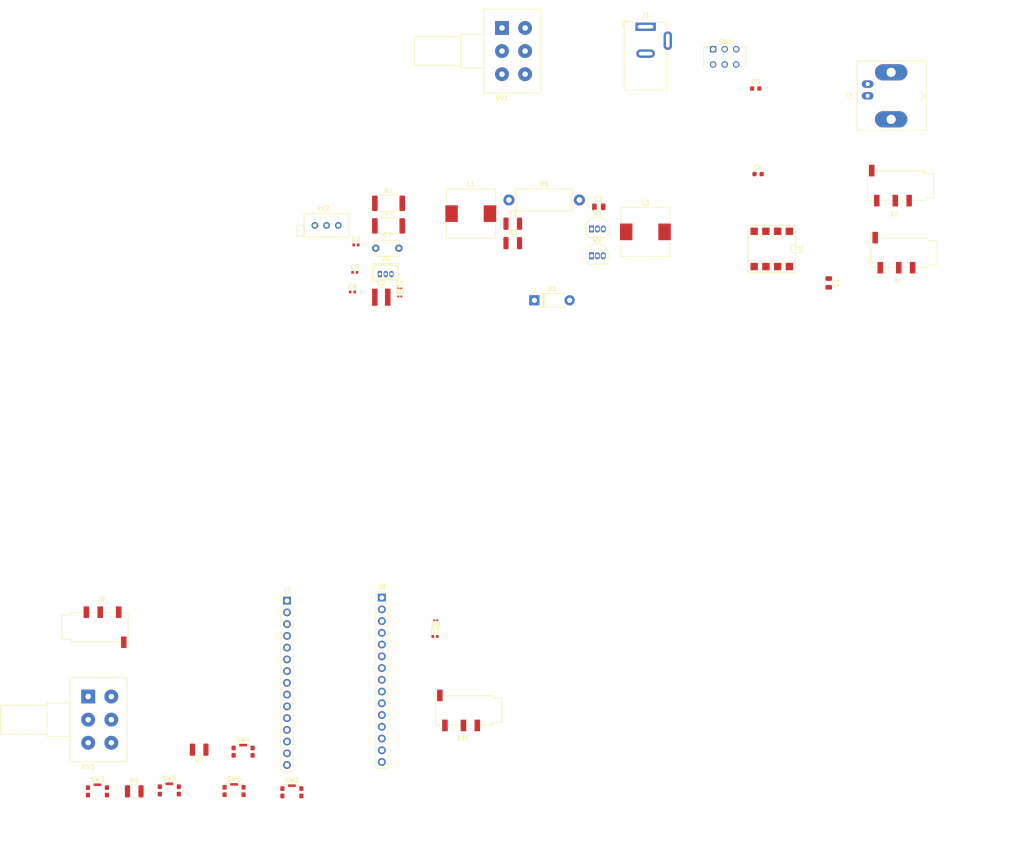
<source format=kicad_pcb>
(kicad_pcb (version 20240108) (generator "pcbnew") (generator_version "8.0")
  (layers (0 "F.Cu" signal) (31 "B.Cu" signal) (34 "B.Paste" user) (35 "F.Paste" user) (36 "B.SilkS" user "B.Silkscreen") (37 "F.SilkS" user "F.Silkscreen") (38 "B.Mask" user) (39 "F.Mask" user) (44 "Edge.Cuts" user))
  (net 0 "")
  (net 1 "Net-(C1-Pad2)")
  (net 2 "Net-(C1-Pad1)")
  (net 3 "Net-(C2-Pad2)")
  (net 4 "Net-(C2-Pad1)")
  (net 5 "Net-(D1-A)")
  (net 6 "Net-(D2-K)")
  (net 7 "Net-(U1-+)")
  (net 8 "Net-(Q1-B)")
  (net 9 "Net-(D2-A)")
  (net 10 "Net-(Q2-C)")
  (net 11 "Net-(C7-Pad1)")
  (net 12 "Net-(J2-In)")
  (net 13 "Net-(D1-K)")
  (net 14 "Net-(D3-A)")
  (net 15 "Net-(D3-K)")
  (net 16 "Net-(SW1A-B)")
  (net 17 "Net-(J7-Pin_8)")
  (net 23 "Net-(J7-Pin_6)")
  (net 29 "Net-(J7-Pin_7)")
  (net 33 "Net-(J8-Pin_9)")
  (net 36 "Net-(J8-Pin_6)")
  (net 38 "Net-(J8-Pin_3)")
  (net 39 "Net-(J8-Pin_12)")
  (net 46 "Net-(J9-PadG)")
  (net 47 "Net-(Q1-C)")
  (net 48 "Net-(R5-Pad2)")
  (net 49 "Net-(R5-Pad1)")
  (net 50 "Net-(R6-Pad2)")
  (net 51 "Net-(R7-Pad2)")
  (footprint "Button_Switch_SMD:SW_SPST_CK_KMS2xxGP" (layer "F.Cu") (at 110.55 191.925)
    (property "Reference" "SW6" (at 0 -2.6 0) (layer "F.SilkS"))
    (property "Value" "CK_KMS2xxGP")
    (pad "" np_thru_hole circle (at -0.975 0.75) (size 0.9 0.9) (drill 0.9) (layers "F&B.Cu" "*.Mask"))
    (pad "" np_thru_hole circle (at 0.975 0.75) (size 0.9 0.9) (drill 0.9) (layers "F&B.Cu" "*.Mask"))
    (pad "1" smd roundrect (at -2.05 -0.8) (size 0.9 1) (layers "F.Cu" "F.Paste" "F.Mask") (roundrect_rratio 0.15) (net 46 "Net-(J9-PadG)"))
    (pad "1" smd roundrect (at 2.05 -0.8) (size 0.9 1) (layers "F.Cu" "F.Paste" "F.Mask") (roundrect_rratio 0.15) (net 46 "Net-(J9-PadG)"))
    (pad "2" smd roundrect (at -2.05 0.8) (size 0.9 1) (layers "F.Cu" "F.Paste" "F.Mask") (roundrect_rratio 0.15) (net 51 "Net-(R7-Pad2)"))
    (pad "2" smd roundrect (at 2.05 0.8) (size 0.9 1) (layers "F.Cu" "F.Paste" "F.Mask") (roundrect_rratio 0.15) (net 51 "Net-(R7-Pad2)"))
    (pad "SH" smd roundrect (at 0 -1.425) (size 1.7 0.55) (layers "F.Cu" "F.Paste" "F.Mask") (roundrect_rratio 0.15))
  )
  (footprint "Resistor_SMD:R_1210_3225Metric" (layer "F.Cu") (at 170.82 69.235)
    (property "Reference" "R2" (at 0 -2.28 0) (layer "F.SilkS"))
    (property "Value" "R33k")
    (pad "1" smd roundrect (at -1.4625 0) (size 1.125 2.65) (layers "F.Cu" "F.Paste" "F.Mask") (roundrect_rratio 0.222222) (net 47 "Net-(Q1-C)"))
    (pad "2" smd roundrect (at 1.4625 0) (size 1.125 2.65) (layers "F.Cu" "F.Paste" "F.Mask") (roundrect_rratio 0.222222) (net 9 "Net-(D2-A)"))
  )
  (footprint "Capacitor_SMD:C_0805_2012Metric" (layer "F.Cu") (at 239.15 82.05 -90)
    (property "Reference" "C1" (at 0 -1.68 90) (layer "F.SilkS"))
    (property "Value" "C 10uF")
    (pad "1" smd roundrect (at -0.95 0 270) (size 1 1.45) (layers "F.Cu" "F.Paste" "F.Mask") (net 2 "Net-(C1-Pad1)"))
    (pad "2" smd roundrect (at 0.95 0 270) (size 1 1.45) (layers "F.Cu" "F.Paste" "F.Mask") (net 1 "Net-(C1-Pad2)"))
  )
  (footprint "Resistor_SMD:R_2512_6332Metric" (layer "F.Cu") (at 143.96 69.715)
    (property "Reference" "R4" (at 0 -2.62 0) (layer "F.SilkS"))
    (property "Value" "R")
    (pad "1" smd roundrect (at -2.9625 0) (size 1.225 3.35) (layers "F.Cu" "F.Paste" "F.Mask") (roundrect_rratio 0.204082) (net 9 "Net-(D2-A)"))
    (pad "2" smd roundrect (at 2.9625 0) (size 1.225 3.35) (layers "F.Cu" "F.Paste" "F.Mask") (roundrect_rratio 0.204082) (net 5 "Net-(D1-A)"))
  )
  (footprint "Resistor_SMD:R_2512_6332Metric" (layer "F.Cu") (at 143.96 64.825)
    (property "Reference" "R1" (at 0 -2.62 0) (layer "F.SilkS"))
    (property "Value" "R47k")
    (pad "1" smd roundrect (at -2.9625 0) (size 1.225 3.35) (layers "F.Cu" "F.Paste" "F.Mask") (roundrect_rratio 0.204082) (net 47 "Net-(Q1-C)"))
    (pad "2" smd roundrect (at 2.9625 0) (size 1.225 3.35) (layers "F.Cu" "F.Paste" "F.Mask") (roundrect_rratio 0.204082) (net 8 "Net-(Q1-B)"))
  )
  (footprint "LED_SMD:LED_0402_1005Metric" (layer "F.Cu") (at 154.015 158.5)
    (property "Reference" "D3" (at 0 -1.17 0) (layer "F.SilkS"))
    (property "Value" "LED")
    (pad "1" smd roundrect (at -0.485 0) (size 0.59 0.64) (layers "F.Cu" "F.Paste" "F.Mask") (net 15 "Net-(D3-K)"))
    (pad "2" smd roundrect (at 0.485 0) (size 0.59 0.64) (layers "F.Cu" "F.Paste" "F.Mask") (net 14 "Net-(D3-A)"))
  )
  (footprint "Potentiometer_THT:Potentiometer_Bourns_3296X_Horizontal" (layer "F.Cu") (at 133.09 69.605)
    (property "Reference" "RV2" (at -3.3 -3.66 0) (layer "F.SilkS"))
    (property "Value" "R_100ohm")
    (pad "1" thru_hole circle (at 0 0) (size 1.44 1.44) (drill 0.8) (layers "*.Cu" "*.Mask"))
    (pad "2" thru_hole circle (at -2.54 0) (size 1.44 1.44) (drill 0.8) (layers "*.Cu" "*.Mask") (net 3 "Net-(C2-Pad2)"))
    (pad "3" thru_hole circle (at -5.08 0) (size 1.44 1.44) (drill 0.8) (layers "*.Cu" "*.Mask") (net 5 "Net-(D1-A)"))
  )
  (footprint "Capacitor_SMD:C_0402_1005Metric" (layer "F.Cu") (at 136.15 84)
    (property "Reference" "C8" (at 0 -1.16 0) (layer "F.SilkS"))
    (property "Value" "C_Small")
    (pad "1" smd roundrect (at -0.48 0) (size 0.56 0.62) (layers "F.Cu" "F.Paste" "F.Mask") (net 11 "Net-(C7-Pad1)"))
    (pad "2" smd roundrect (at 0.48 0) (size 0.56 0.62) (layers "F.Cu" "F.Paste" "F.Mask") (net 5 "Net-(D1-A)"))
  )
  (footprint "Potentiometer_THT:Potentiometer_Alps_RK163_Dual_Horizontal" (layer "F.Cu") (at 79 171.5)
    (property "Reference" "RV3" (at -0.000001 15.199999 180) (layer "F.SilkS"))
    (property "Value" "R_Potentiometer_10k")
    (pad "1" thru_hole rect (at 0 0 180) (size 3 3) (drill 1.2) (layers "*.Cu" "*.Mask"))
    (pad "2" thru_hole circle (at 0 5 180) (size 3 3) (drill 1.2) (layers "*.Cu" "*.Mask"))
    (pad "3" thru_hole circle (at 0 10 180) (size 3 3) (drill 1.2) (layers "*.Cu" "*.Mask") (net 46 "Net-(J9-PadG)"))
    (pad "4" thru_hole circle (at 5 0 180) (size 3 3) (drill 1.2) (layers "*.Cu" "*.Mask"))
    (pad "5" thru_hole circle (at 5 5 180) (size 3 3) (drill 1.2) (layers "*.Cu" "*.Mask"))
    (pad "6" thru_hole circle (at 5 10 180) (size 3 3) (drill 1.2) (layers "*.Cu" "*.Mask"))
  )
  (footprint "Button_Switch_SMD:SW_SPST_CK_KMS2xxGP" (layer "F.Cu") (at 112.5 183.425)
    (property "Reference" "SW4" (at 0 -2.6 0) (layer "F.SilkS"))
    (property "Value" "CK_KMS2xxGP")
    (pad "" np_thru_hole circle (at -0.975 0.75) (size 0.9 0.9) (drill 0.9) (layers "F&B.Cu" "*.Mask"))
    (pad "" np_thru_hole circle (at 0.975 0.75) (size 0.9 0.9) (drill 0.9) (layers "F&B.Cu" "*.Mask"))
    (pad "1" smd roundrect (at -2.05 -0.8) (size 0.9 1) (layers "F.Cu" "F.Paste" "F.Mask") (roundrect_rratio 0.15) (net 46 "Net-(J9-PadG)"))
    (pad "1" smd roundrect (at 2.05 -0.8) (size 0.9 1) (layers "F.Cu" "F.Paste" "F.Mask") (roundrect_rratio 0.15) (net 46 "Net-(J9-PadG)"))
    (pad "2" smd roundrect (at -2.05 0.8) (size 0.9 1) (layers "F.Cu" "F.Paste" "F.Mask") (roundrect_rratio 0.15) (net 17 "Net-(J7-Pin_8)"))
    (pad "2" smd roundrect (at 2.05 0.8) (size 0.9 1) (layers "F.Cu" "F.Paste" "F.Mask") (roundrect_rratio 0.15) (net 17 "Net-(J7-Pin_8)"))
    (pad "SH" smd roundrect (at 0 -1.425) (size 1.7 0.55) (layers "F.Cu" "F.Paste" "F.Mask") (roundrect_rratio 0.15))
  )
  (footprint "Inductor_SMD:L_10.4x10.4_H4.8" (layer "F.Cu") (at 161.74 67.055)
    (property "Reference" "L1" (at 0 -6.35 0) (layer "F.SilkS"))
    (property "Value" "L_100uH")
    (pad "1" smd rect (at -4.15 0) (size 2.7 3.6) (layers "F.Cu" "F.Paste" "F.Mask") (net 9 "Net-(D2-A)"))
    (pad "2" smd rect (at 4.15 0) (size 2.7 3.6) (layers "F.Cu" "F.Paste" "F.Mask") (net 6 "Net-(D2-K)"))
  )
  (footprint "Resistor_SMD:R_0201_0603Metric" (layer "F.Cu") (at 154.155 155 180)
    (property "Reference" "R8" (at 0 -1.05 360) (layer "F.SilkS"))
    (property "Value" "R_Small")
    (pad "1" smd roundrect (at -0.32 0 180) (size 0.46 0.4) (layers "F.Cu" "F.Mask") (net 14 "Net-(D3-A)"))
    (pad "2" smd roundrect (at 0.32 0 180) (size 0.46 0.4) (layers "F.Cu" "F.Mask") (net 38 "Net-(J8-Pin_3)"))
  )
  (footprint "Capacitor_SMD:C_0805_2012Metric" (layer "F.Cu") (at 189.43 65.595)
    (property "Reference" "C2" (at 0 -1.68 0) (layer "F.SilkS"))
    (property "Value" "C 10uF")
    (pad "1" smd roundrect (at -0.95 0) (size 1 1.45) (layers "F.Cu" "F.Paste" "F.Mask") (net 4 "Net-(C2-Pad1)"))
    (pad "2" smd roundrect (at 0.95 0) (size 1 1.45) (layers "F.Cu" "F.Paste" "F.Mask") (net 3 "Net-(C2-Pad2)"))
  )
  (footprint "Connector_Audio:Jack_3.5mm_KoreanHropartsElec_PJ-320D-4A_Horizontal" (layer "F.Cu") (at 254.15 75.5 180)
    (property "Reference" "J4" (at 0 -6 180) (layer "F.SilkS"))
    (property "Value" "AudioJack3_Ground")
    (pad "" np_thru_hole circle (at -4.75 0 180) (size 1.6 1.6) (drill 1.6) (layers "F&B.Cu" "*.Mask"))
    (pad "" np_thru_hole circle (at 2.25 0 180) (size 1.6 1.6) (drill 1.6) (layers "F&B.Cu" "*.Mask"))
    (pad "R1" smd rect (at -0.15 -3.25 180) (size 1.2 2.5) (layers "F.Cu" "F.Paste" "F.Mask"))
    (pad "R2" smd rect (at -3.15 -3.25 180) (size 1.2 2.5) (layers "F.Cu" "F.Paste" "F.Mask"))
    (pad "S" smd rect (at 4.95 3.25 180) (size 1.2 2.5) (layers "F.Cu" "F.Paste" "F.Mask") (net 5 "Net-(D1-A)"))
    (pad "T" smd rect (at 3.85 -3.25 180) (size 1.2 2.5) (layers "F.Cu" "F.Paste" "F.Mask") (net 6 "Net-(D2-K)"))
  )
  (footprint "Button_Switch_SMD:SW_SPST_CK_KMS2xxGP" (layer "F.Cu") (at 123.05 192.2)
    (property "Reference" "SW2" (at 0 -2.6 360) (layer "F.SilkS"))
    (property "Value" "CK_KMS2xxGP")
    (pad "" np_thru_hole circle (at -0.975 0.75) (size 0.9 0.9) (drill 0.9) (layers "F&B.Cu" "*.Mask"))
    (pad "" np_thru_hole circle (at 0.975 0.75) (size 0.9 0.9) (drill 0.9) (layers "F&B.Cu" "*.Mask"))
    (pad "1" smd roundrect (at -2.05 -0.8) (size 0.9 1) (layers "F.Cu" "F.Paste" "F.Mask") (roundrect_rratio 0.15) (net 46 "Net-(J9-PadG)"))
    (pad "1" smd roundrect (at 2.05 -0.8) (size 0.9 1) (layers "F.Cu" "F.Paste" "F.Mask") (roundrect_rratio 0.15) (net 46 "Net-(J9-PadG)"))
    (pad "2" smd roundrect (at -2.05 0.8) (size 0.9 1) (layers "F.Cu" "F.Paste" "F.Mask") (roundrect_rratio 0.15) (net 36 "Net-(J8-Pin_6)"))
    (pad "2" smd roundrect (at 2.05 0.8) (size 0.9 1) (layers "F.Cu" "F.Paste" "F.Mask") (roundrect_rratio 0.15) (net 36 "Net-(J8-Pin_6)"))
    (pad "SH" smd roundrect (at 0 -1.425) (size 1.7 0.55) (layers "F.Cu" "F.Paste" "F.Mask") (roundrect_rratio 0.15))
  )
  (footprint "Connector_Audio:Jack_3.5mm_KoreanHropartsElec_PJ-320D-4A_Horizontal" (layer "F.Cu") (at 160 174.5 180)
    (property "Reference" "J10" (at 0 -6 180) (layer "F.SilkS"))
    (property "Value" "AudioJack3_Radio")
    (pad "" np_thru_hole circle (at -4.75 0 180) (size 1.6 1.6) (drill 1.6) (layers "F&B.Cu" "*.Mask"))
    (pad "" np_thru_hole circle (at 2.25 0 180) (size 1.6 1.6) (drill 1.6) (layers "F&B.Cu" "*.Mask"))
    (pad "R1" smd rect (at -0.15 -3.25 180) (size 1.2 2.5) (layers "F.Cu" "F.Paste" "F.Mask"))
    (pad "R2" smd rect (at -3.15 -3.25 180) (size 1.2 2.5) (layers "F.Cu" "F.Paste" "F.Mask"))
    (pad "S" smd rect (at 4.95 3.25 180) (size 1.2 2.5) (layers "F.Cu" "F.Paste" "F.Mask") (net 33 "Net-(J8-Pin_9)"))
    (pad "T" smd rect (at 3.85 -3.25 180) (size 1.2 2.5) (layers "F.Cu" "F.Paste" "F.Mask") (net 39 "Net-(J8-Pin_12)"))
  )
  (footprint "Inductor_SMD:L_10.4x10.4_H4.8" (layer "F.Cu") (at 199.5 71)
    (property "Reference" "L3" (at 0 -6.35 0) (layer "F.SilkS"))
    (property "Value" "L")
    (pad "1" smd rect (at -4.15 0) (size 2.7 3.6) (layers "F.Cu" "F.Paste" "F.Mask") (net 9 "Net-(D2-A)"))
    (pad "2" smd rect (at 4.15 0) (size 2.7 3.6) (layers "F.Cu" "F.Paste" "F.Mask") (net 10 "Net-(Q2-C)"))
  )
  (footprint "Resistor_SMD:R_1210_3225Metric" (layer "F.Cu") (at 103 183 180)
    (property "Reference" "R7" (at 0 -2.28 360) (layer "F.SilkS"))
    (property "Value" "R10K")
    (pad "1" smd roundrect (at -1.4625 0 180) (size 1.125 2.65) (layers "F.Cu" "F.Paste" "F.Mask") (roundrect_rratio 0.222222) (net 17 "Net-(J7-Pin_8)"))
    (pad "2" smd roundrect (at 1.4625 0 180) (size 1.125 2.65) (layers "F.Cu" "F.Paste" "F.Mask") (roundrect_rratio 0.222222) (net 51 "Net-(R7-Pad2)"))
  )
  (footprint "Capacitor_SMD:C_0603_1608Metric" (layer "F.Cu") (at 223.875 58.5)
    (property "Reference" "C4" (at 0 -1.43 0) (layer "F.SilkS"))
    (property "Value" "C0.1uF")
    (pad "1" smd roundrect (at -0.775 0) (size 0.9 0.95) (layers "F.Cu" "F.Paste" "F.Mask") (net 6 "Net-(D2-K)"))
    (pad "2" smd roundrect (at 0.775 0) (size 0.9 0.95) (layers "F.Cu" "F.Paste" "F.Mask") (net 7 "Net-(U1-+)"))
  )
  (footprint "Package_TO_SOT_THT:TO-92_Inline" (layer "F.Cu") (at 187.86 70.385)
    (property "Reference" "Q1" (at 1.27 -3.56 0) (layer "F.SilkS"))
    (property "Value" "9013")
    (pad "1" thru_hole rect (at 0 0) (size 1.05 1.5) (drill 0.75) (layers "*.Cu" "*.Mask") (net 47 "Net-(Q1-C)"))
    (pad "2" thru_hole oval (at 1.27 0) (size 1.05 1.5) (drill 0.75) (layers "*.Cu" "*.Mask") (net 9 "Net-(D2-A)"))
    (pad "3" thru_hole oval (at 2.54 0) (size 1.05 1.5) (drill 0.75) (layers "*.Cu" "*.Mask") (net 8 "Net-(Q1-B)"))
  )
  (footprint "Inductor_SMD:L_Taiyo-Yuden_MD-4040" (layer "F.Cu") (at 142.39 85.135)
    (property "Reference" "L2" (at 0 -3 0) (layer "F.SilkS"))
    (property "Value" "1uH")
    (pad "1" smd rect (at -1.4 0) (size 1.2 3.7) (layers "F.Cu" "F.Paste" "F.Mask") (net 11 "Net-(C7-Pad1)"))
    (pad "2" smd rect (at 1.4 0) (size 1.2 3.7) (layers "F.Cu" "F.Paste" "F.Mask") (net 12 "Net-(J2-In)"))
  )
  (footprint "Connector_Audio:Jack_3.5mm_KoreanHropartsElec_PJ-320D-4A_Horizontal" (layer "F.Cu") (at 253.4 61 180)
    (property "Reference" "J3" (at 0 -6 180) (layer "F.SilkS"))
    (property "Value" "AudioJack3_Ground")
    (pad "" np_thru_hole circle (at -4.75 0 180) (size 1.6 1.6) (drill 1.6) (layers "F&B.Cu" "*.Mask"))
    (pad "" np_thru_hole circle (at 2.25 0 180) (size 1.6 1.6) (drill 1.6) (layers "F&B.Cu" "*.Mask"))
    (pad "R1" smd rect (at -0.15 -3.25 180) (size 1.2 2.5) (layers "F.Cu" "F.Paste" "F.Mask"))
    (pad "R2" smd rect (at -3.15 -3.25 180) (size 1.2 2.5) (layers "F.Cu" "F.Paste" "F.Mask"))
    (pad "S" smd rect (at 4.95 3.25 180) (size 1.2 2.5) (layers "F.Cu" "F.Paste" "F.Mask") (net 5 "Net-(D1-A)"))
    (pad "T" smd rect (at 3.85 -3.25 180) (size 1.2 2.5) (layers "F.Cu" "F.Paste" "F.Mask") (net 5 "Net-(D1-A)"))
  )
  (footprint "Button_Switch_SMD:SW_SPST_CK_KMS2xxGP" (layer "F.Cu") (at 96.55 191.8)
    (property "Reference" "SW5" (at 0 -2.6 360) (layer "F.SilkS"))
    (property "Value" "CK_KMS2xxGP")
    (pad "" np_thru_hole circle (at -0.975 0.75) (size 0.9 0.9) (drill 0.9) (layers "F&B.Cu" "*.Mask"))
    (pad "" np_thru_hole circle (at 0.975 0.75) (size 0.9 0.9) (drill 0.9) (layers "F&B.Cu" "*.Mask"))
    (pad "1" smd roundrect (at -2.05 -0.8) (size 0.9 1) (layers "F.Cu" "F.Paste" "F.Mask") (roundrect_rratio 0.15) (net 46 "Net-(J9-PadG)"))
    (pad "1" smd roundrect (at 2.05 -0.8) (size 0.9 1) (layers "F.Cu" "F.Paste" "F.Mask") (roundrect_rratio 0.15) (net 46 "Net-(J9-PadG)"))
    (pad "2" smd roundrect (at -2.05 0.8) (size 0.9 1) (layers "F.Cu" "F.Paste" "F.Mask") (roundrect_rratio 0.15) (net 48 "Net-(R5-Pad2)"))
    (pad "2" smd roundrect (at 2.05 0.8) (size 0.9 1) (layers "F.Cu" "F.Paste" "F.Mask") (roundrect_rratio 0.15) (net 48 "Net-(R5-Pad2)"))
    (pad "SH" smd roundrect (at 0 -1.425) (size 1.7 0.55) (layers "F.Cu" "F.Paste" "F.Mask") (roundrect_rratio 0.15))
  )
  (footprint "Button_Switch_SMD:SW_SPST_CK_KMS2xxGP" (layer "F.Cu") (at 81 192)
    (property "Reference" "SW3" (at 0 -2.6 0) (layer "F.SilkS"))
    (property "Value" "CK_KMS2xxGP")
    (pad "" np_thru_hole circle (at -0.975 0.75) (size 0.9 0.9) (drill 0.9) (layers "F&B.Cu" "*.Mask"))
    (pad "" np_thru_hole circle (at 0.975 0.75) (size 0.9 0.9) (drill 0.9) (layers "F&B.Cu" "*.Mask"))
    (pad "1" smd roundrect (at -2.05 -0.8) (size 0.9 1) (layers "F.Cu" "F.Paste" "F.Mask") (roundrect_rratio 0.15) (net 46 "Net-(J9-PadG)"))
    (pad "1" smd roundrect (at 2.05 -0.8) (size 0.9 1) (layers "F.Cu" "F.Paste" "F.Mask") (roundrect_rratio 0.15) (net 46 "Net-(J9-PadG)"))
    (pad "2" smd roundrect (at -2.05 0.8) (size 0.9 1) (layers "F.Cu" "F.Paste" "F.Mask") (roundrect_rratio 0.15) (net 49 "Net-(R5-Pad1)"))
    (pad "2" smd roundrect (at 2.05 0.8) (size 0.9 1) (layers "F.Cu" "F.Paste" "F.Mask") (roundrect_rratio 0.15) (net 49 "Net-(R5-Pad1)"))
    (pad "SH" smd roundrect (at 0 -1.425) (size 1.7 0.55) (layers "F.Cu" "F.Paste" "F.Mask") (roundrect_rratio 0.15))
  )
  (footprint "Button_Switch_THT:SW_CK_JS202011CQN_DPDT_Straight" (layer "F.Cu") (at 214.15 31.5)
    (property "Reference" "SW1" (at 2.75 -1.6 0) (layer "F.SilkS"))
    (property "Value" "SW_DPDT_x2")
    (pad "1" thru_hole roundrect (at 0 0) (size 1.4 1.4) (drill 0.9) (layers "*.Cu" "*.Mask") (roundrect_rratio 0.1785714286))
    (pad "2" thru_hole circle (at 2.5 0) (size 1.4 1.4) (drill 0.9) (layers "*.Cu" "*.Mask") (net 16 "Net-(SW1A-B)"))
    (pad "3" thru_hole circle (at 5 0) (size 1.4 1.4) (drill 0.9) (layers "*.Cu" "*.Mask") (net 47 "Net-(Q1-C)"))
    (pad "4" thru_hole circle (at 5 3.3) (size 1.4 1.4) (drill 0.9) (layers "*.Cu" "*.Mask"))
    (pad "5" thru_hole circle (at 2.5 3.3) (size 1.4 1.4) (drill 0.9) (layers "*.Cu" "*.Mask"))
    (pad "6" thru_hole circle (at 0 3.3) (size 1.4 1.4) (drill 0.9) (layers "*.Cu" "*.Mask"))
  )
  (footprint "Capacitor_SMD:C_0201_0603Metric" (layer "F.Cu") (at 146.39 83.235)
    (property "Reference" "C5" (at 0 -1.05 0) (layer "F.SilkS"))
    (property "Value" "C100p")
    (pad "1" smd roundrect (at -0.32 0) (size 0.46 0.4) (layers "F.Cu" "F.Mask") (net 8 "Net-(Q1-B)"))
    (pad "2" smd roundrect (at 0.32 0) (size 0.46 0.4) (layers "F.Cu" "F.Mask") (net 9 "Net-(D2-A)"))
  )
  (footprint "Connector_PinHeader_2.54mm:PinHeader_1x15_P2.54mm_Vertical" (layer "F.Cu") (at 142.5 150.1)
    (property "Reference" "J8" (at 0 -2.33 0) (layer "F.SilkS"))
    (property "Value" "Conn_01x15_PinRight")
    (pad "1" thru_hole rect (at 0 0) (size 1.7 1.7) (drill 1) (layers "*.Cu" "*.Mask"))
    (pad "2" thru_hole oval (at 0 2.54) (size 1.7 1.7) (drill 1) (layers "*.Cu" "*.Mask"))
    (pad "3" thru_hole oval (at 0 5.08) (size 1.7 1.7) (drill 1) (layers "*.Cu" "*.Mask") (net 38 "Net-(J8-Pin_3)"))
    (pad "4" thru_hole oval (at 0 7.62) (size 1.7 1.7) (drill 1) (layers "*.Cu" "*.Mask"))
    (pad "5" thru_hole oval (at 0 10.16) (size 1.7 1.7) (drill 1) (layers "*.Cu" "*.Mask") (net 15 "Net-(D3-K)"))
    (pad "6" thru_hole oval (at 0 12.7) (size 1.7 1.7) (drill 1) (layers "*.Cu" "*.Mask") (net 36 "Net-(J8-Pin_6)"))
    (pad "7" thru_hole oval (at 0 15.24) (size 1.7 1.7) (drill 1) (layers "*.Cu" "*.Mask"))
    (pad "8" thru_hole oval (at 0 17.78) (size 1.7 1.7) (drill 1) (layers "*.Cu" "*.Mask"))
    (pad "9" thru_hole oval (at 0 20.32) (size 1.7 1.7) (drill 1) (layers "*.Cu" "*.Mask") (net 33 "Net-(J8-Pin_9)"))
    (pad "10" thru_hole oval (at 0 22.86) (size 1.7 1.7) (drill 1) (layers "*.Cu" "*.Mask"))
    (pad "11" thru_hole oval (at 0 25.4) (size 1.7 1.7) (drill 1) (layers "*.Cu" "*.Mask"))
    (pad "12" thru_hole oval (at 0 27.94) (size 1.7 1.7) (drill 1) (layers "*.Cu" "*.Mask") (net 39 "Net-(J8-Pin_12)"))
    (pad "13" thru_hole oval (at 0 30.48) (size 1.7 1.7) (drill 1) (layers "*.Cu" "*.Mask"))
    (pad "14" thru_hole oval (at 0 33.02) (size 1.7 1.7) (drill 1) (layers "*.Cu" "*.Mask"))
    (pad "15" thru_hole oval (at 0 35.56) (size 1.7 1.7) (drill 1) (layers "*.Cu" "*.Mask"))
  )
  (footprint "Resistor_SMD:R_1210_3225Metric" (layer "F.Cu") (at 88.9625 192)
    (property "Reference" "R5" (at 0 -2.28 0) (layer "F.SilkS"))
    (property "Value" "R10K")
    (pad "1" smd roundrect (at -1.4625 0) (size 1.125 2.65) (layers "F.Cu" "F.Paste" "F.Mask") (roundrect_rratio 0.222222) (net 49 "Net-(R5-Pad1)"))
    (pad "2" smd roundrect (at 1.4625 0) (size 1.125 2.65) (layers "F.Cu" "F.Paste" "F.Mask") (roundrect_rratio 0.222222) (net 48 "Net-(R5-Pad2)"))
  )
  (footprint "Capacitor_SMD:C_0603_1608Metric" (layer "F.Cu") (at 223.375 40)
    (property "Reference" "C3" (at 0 -1.43 0) (layer "F.SilkS"))
    (property "Value" "C0.1uF")
    (pad "1" smd roundrect (at -0.775 0) (size 0.9 0.95) (layers "F.Cu" "F.Paste" "F.Mask") (net 6 "Net-(D2-K)"))
    (pad "2" smd roundrect (at 0.775 0) (size 0.9 0.95) (layers "F.Cu" "F.Paste" "F.Mask") (net 5 "Net-(D1-A)"))
  )
  (footprint "Connector_Audio:Jack_3.5mm_KoreanHropartsElec_PJ-320D-4A_Horizontal" (layer "F.Cu") (at 81.75 156.5)
    (property "Reference" "J9" (at 0 -6 0) (layer "F.SilkS"))
    (property "Value" "AudioJack3_Key")
    (pad "" np_thru_hole circle (at -4.75 0) (size 1.6 1.6) (drill 1.6) (layers "F&B.Cu" "*.Mask"))
    (pad "" np_thru_hole circle (at 2.25 0) (size 1.6 1.6) (drill 1.6) (layers "F&B.Cu" "*.Mask"))
    (pad "R1" smd rect (at -0.15 -3.25) (size 1.2 2.5) (layers "F.Cu" "F.Paste" "F.Mask"))
    (pad "R2" smd rect (at -3.15 -3.25) (size 1.2 2.5) (layers "F.Cu" "F.Paste" "F.Mask"))
    (pad "S" smd rect (at 4.95 3.25) (size 1.2 2.5) (layers "F.Cu" "F.Paste" "F.Mask") (net 29 "Net-(J7-Pin_7)"))
    (pad "T" smd rect (at 3.85 -3.25) (size 1.2 2.5) (layers "F.Cu" "F.Paste" "F.Mask") (net 46 "Net-(J9-PadG)"))
  )
  (footprint "Connector_Hirose:Hirose_DF13-03P-1.25DSA_1x03_P1.25mm_Vertical" (layer "F.Cu") (at 142.09 80.135)
    (property "Reference" "J6" (at 1.25 -3.4 0) (layer "F.SilkS"))
    (property "Value" "Conn_01x03_Pin")
    (pad "1" thru_hole roundrect (at 0 0) (size 0.9 1.4) (drill 0.6) (layers "*.Cu" "*.Mask") (net 13 "Net-(D1-K)"))
    (pad "2" thru_hole oval (at 1.25 0) (size 0.9 1.4) (drill 0.6) (layers "*.Cu" "*.Mask") (net 13 "Net-(D1-K)"))
    (pad "3" thru_hole oval (at 2.5 0) (size 0.9 1.4) (drill 0.6) (layers "*.Cu" "*.Mask") (net 13 "Net-(D1-K)"))
  )
  (footprint "Capacitor_THT:C_Disc_D5.1mm_W3.2mm_P5.00mm" (layer "F.Cu") (at 141.19 74.535)
    (property "Reference" "C7" (at 2.5 -2.85 0) (layer "F.SilkS"))
    (property "Value" "C0.01uF")
    (pad "1" thru_hole circle (at 0 0) (size 1.6 1.6) (drill 0.8) (layers "*.Cu" "*.Mask") (net 11 "Net-(C7-Pad1)"))
    (pad "2" thru_hole circle (at 5 0) (size 1.6 1.6) (drill 0.8) (layers "*.Cu" "*.Mask") (net 10 "Net-(Q2-C)"))
  )
  (footprint "Diode_THT:D_DO-41_SOD81_P7.62mm_Horizontal" (layer "F.Cu") (at 175.5 85.805)
    (property "Reference" "D1" (at 3.81 -2.47 0) (layer "F.SilkS"))
    (property "Value" "D_C145491")
    (fp_text user "K" (at 0 -2.1 0) (layer "F.SilkS"))
    (pad "1" thru_hole rect (at 0 0) (size 2.2 2.2) (drill 1.1) (layers "*.Cu" "*.Mask") (net 13 "Net-(D1-K)"))
    (pad "2" thru_hole oval (at 7.62 0) (size 2.2 2.2) (drill 1.1) (layers "*.Cu" "*.Mask") (net 5 "Net-(D1-A)"))
  )
  (footprint "Connector_Coaxial:BNC_Amphenol_B6252HB-NPP3G-50_Horizontal" (layer "F.Cu") (at 247.57 41.58 -90)
    (property "Reference" "J2" (at 0 4 90) (layer "F.SilkS"))
    (property "Value" "Conn_Coaxial")
    (pad "1" thru_hole oval (at 0 0 270) (size 1.6 2.5) (drill 0.89) (layers "*.Cu" "*.Mask") (net 12 "Net-(J2-In)"))
    (pad "2" thru_hole oval (at -5.08 -5.08 270) (size 3.5 7) (drill 2.01) (layers "*.Cu" "*.Mask") (net 5 "Net-(D1-A)"))
    (pad "2" thru_hole oval (at -2.54 0 270) (size 1.6 2.5) (drill 0.89) (layers "*.Cu" "*.Mask") (net 5 "Net-(D1-A)"))
    (pad "2" thru_hole oval (at 5.08 -5.08 270) (size 3.5 7) (drill 2.01) (layers "*.Cu" "*.Mask") (net 5 "Net-(D1-A)"))
  )
  (footprint "Connector_PinHeader_2.54mm:PinHeader_1x15_P2.54mm_Vertical" (layer "F.Cu") (at 122 150.76)
    (property "Reference" "J7" (at 0 -2.33 0) (layer "F.SilkS"))
    (property "Value" "Conn_01x15_PinLeft")
    (pad "1" thru_hole rect (at 0 0) (size 1.7 1.7) (drill 1) (layers "*.Cu" "*.Mask"))
    (pad "2" thru_hole oval (at 0 2.54) (size 1.7 1.7) (drill 1) (layers "*.Cu" "*.Mask"))
    (pad "3" thru_hole oval (at 0 5.08) (size 1.7 1.7) (drill 1) (layers "*.Cu" "*.Mask"))
    (pad "4" thru_hole oval (at 0 7.62) (size 1.7 1.7) (drill 1) (layers "*.Cu" "*.Mask"))
    (pad "5" thru_hole oval (at 0 10.16) (size 1.7 1.7) (drill 1) (layers "*.Cu" "*.Mask"))
    (pad "6" thru_hole oval (at 0 12.7) (size 1.7 1.7) (drill 1) (layers "*.Cu" "*.Mask") (net 23 "Net-(J7-Pin_6)"))
    (pad "7" thru_hole oval (at 0 15.24) (size 1.7 1.7) (drill 1) (layers "*.Cu" "*.Mask") (net 29 "Net-(J7-Pin_7)"))
    (pad "8" thru_hole oval (at 0 17.78) (size 1.7 1.7) (drill 1) (layers "*.Cu" "*.Mask") (net 17 "Net-(J7-Pin_8)"))
    (pad "9" thru_hole oval (at 0 20.32) (size 1.7 1.7) (drill 1) (layers "*.Cu" "*.Mask"))
    (pad "10" thru_hole oval (at 0 22.86) (size 1.7 1.7) (drill 1) (layers "*.Cu" "*.Mask"))
    (pad "11" thru_hole oval (at 0 25.4) (size 1.7 1.7) (drill 1) (layers "*.Cu" "*.Mask"))
    (pad "12" thru_hole oval (at 0 27.94) (size 1.7 1.7) (drill 1) (layers "*.Cu" "*.Mask"))
    (pad "13" thru_hole oval (at 0 30.48) (size 1.7 1.7) (drill 1) (layers "*.Cu" "*.Mask"))
    (pad "14" thru_hole oval (at 0 33.02) (size 1.7 1.7) (drill 1) (layers "*.Cu" "*.Mask"))
    (pad "15" thru_hole oval (at 0 35.56) (size 1.7 1.7) (drill 1) (layers "*.Cu" "*.Mask"))
  )
  (footprint "Resistor_THT:R_Axial_DIN0414_L11.9mm_D4.5mm_P15.24mm_Horizontal" (layer "F.Cu") (at 169.99 64.105)
    (property "Reference" "R6" (at 7.62 -3.37 0) (layer "F.SilkS"))
    (property "Value" "R100k")
    (pad "1" thru_hole circle (at 0 0) (size 2.4 2.4) (drill 1.2) (layers "*.Cu" "*.Mask") (net 13 "Net-(D1-K)"))
    (pad "2" thru_hole oval (at 15.24 0) (size 2.4 2.4) (drill 1.2) (layers "*.Cu" "*.Mask") (net 50 "Net-(R6-Pad2)"))
  )
  (footprint "Capacitor_SMD:C_0201_0603Metric" (layer "F.Cu") (at 146.39 84.985)
    (property "Reference" "C6" (at 0 -1.05 0) (layer "F.SilkS"))
    (property "Value" "C100p")
    (pad "1" smd roundrect (at -0.32 0) (size 0.46 0.4) (layers "F.Cu" "F.Mask") (net 8 "Net-(Q1-B)"))
    (pad "2" smd roundrect (at 0.32 0) (size 0.46 0.4) (layers "F.Cu" "F.Mask") (net 5 "Net-(D1-A)"))
  )
  (footprint "Connector_BarrelJack:BarrelJack_Wuerth_6941xx301002" (layer "F.Cu") (at 199.55 26.65)
    (property "Reference" "J1" (at 0 -2.5 0) (layer "F.SilkS"))
    (property "Value" "Barrel_Jack_MountingPin")
    (pad "1" thru_hole rect (at 0 0) (size 4.4 1.8) (drill oval 3.4 0.8) (layers "*.Cu" "*.Mask") (net 16 "Net-(SW1A-B)"))
    (pad "2" thru_hole oval (at 0 5.8) (size 4 1.8) (drill oval 3 0.8) (layers "*.Cu" "*.Mask") (net 5 "Net-(D1-A)"))
    (pad "3" thru_hole oval (at 4.8 3 90) (size 4 1.8) (drill oval 3 0.8) (layers "*.Cu" "*.Mask"))
  )
  (footprint "Resistor_SMD:R_1210_3225Metric" (layer "F.Cu") (at 170.82 73.445)
    (property "Reference" "R3" (at 0 -2.28 0) (layer "F.SilkS"))
    (property "Value" "R10K")
    (pad "1" smd roundrect (at -1.4625 0) (size 1.125 2.65) (layers "F.Cu" "F.Paste" "F.Mask") (roundrect_rratio 0.222222) (net 6 "Net-(D2-K)"))
    (pad "2" smd roundrect (at 1.4625 0) (size 1.125 2.65) (layers "F.Cu" "F.Paste" "F.Mask") (roundrect_rratio 0.222222) (net 5 "Net-(D1-A)"))
  )
  (footprint "Package_DIP:DIP-8_W7.62mm_SMDSocket_SmallPads" (layer "F.Cu") (at 226.84 74.69 -90)
    (property "Reference" "U1" (at 0 -6.14 90) (layer "F.SilkS"))
    (property "Value" "LM386")
    (pad "1" smd rect (at -3.81 -3.81 270) (size 1.6 1.6) (layers "F.Cu" "F.Paste" "F.Mask") (net 2 "Net-(C1-Pad1)"))
    (pad "2" smd rect (at -3.81 -1.27 270) (size 1.6 1.6) (layers "F.Cu" "F.Paste" "F.Mask") (net 5 "Net-(D1-A)"))
    (pad "3" smd rect (at -3.81 1.27 270) (size 1.6 1.6) (layers "F.Cu" "F.Paste" "F.Mask") (net 7 "Net-(U1-+)"))
    (pad "4" smd rect (at -3.81 3.81 270) (size 1.6 1.6) (layers "F.Cu" "F.Paste" "F.Mask") (net 5 "Net-(D1-A)"))
    (pad "5" smd rect (at 3.81 3.81 270) (size 1.6 1.6) (layers "F.Cu" "F.Paste" "F.Mask") (net 4 "Net-(C2-Pad1)"))
    (pad "6" smd rect (at 3.81 1.27 270) (size 1.6 1.6) (layers "F.Cu" "F.Paste" "F.Mask"))
    (pad "7" smd rect (at 3.81 -1.27 270) (size 1.6 1.6) (layers "F.Cu" "F.Paste" "F.Mask"))
    (pad "8" smd rect (at 3.81 -3.81 270) (size 1.6 1.6) (layers "F.Cu" "F.Paste" "F.Mask") (net 1 "Net-(C1-Pad2)"))
  )
  (footprint "Potentiometer_THT:Potentiometer_Alps_RK163_Dual_Horizontal" (layer "F.Cu") (at 168.49 26.905)
    (property "Reference" "RV1" (at -0.000001 15.199999 180) (layer "F.SilkS"))
    (property "Value" "R_Pot50k")
    (pad "1" thru_hole rect (at 0 0 180) (size 3 3) (drill 1.2) (layers "*.Cu" "*.Mask") (net 5 "Net-(D1-A)"))
    (pad "2" thru_hole circle (at 0 5 180) (size 3 3) (drill 1.2) (layers "*.Cu" "*.Mask") (net 50 "Net-(R6-Pad2)"))
    (pad "3" thru_hole circle (at 0 10 180) (size 3 3) (drill 1.2) (layers "*.Cu" "*.Mask") (net 6 "Net-(D2-K)"))
    (pad "4" thru_hole circle (at 5 0 180) (size 3 3) (drill 1.2) (layers "*.Cu" "*.Mask"))
    (pad "5" thru_hole circle (at 5 5 180) (size 3 3) (drill 1.2) (layers "*.Cu" "*.Mask"))
    (pad "6" thru_hole circle (at 5 10 180) (size 3 3) (drill 1.2) (layers "*.Cu" "*.Mask"))
  )
  (footprint "LED_SMD:LED_0402_1005Metric" (layer "F.Cu") (at 136.905 73.825)
    (property "Reference" "D2" (at 0 -1.17 0) (layer "F.SilkS"))
    (property "Value" "LED")
    (pad "1" smd roundrect (at -0.485 0) (size 0.59 0.64) (layers "F.Cu" "F.Paste" "F.Mask") (net 6 "Net-(D2-K)"))
    (pad "2" smd roundrect (at 0.485 0) (size 0.59 0.64) (layers "F.Cu" "F.Paste" "F.Mask") (net 9 "Net-(D2-A)"))
  )
  (footprint "Capacitor_SMD:C_0402_1005Metric" (layer "F.Cu") (at 136.65 79.765)
    (property "Reference" "C9" (at 0 -1.16 0) (layer "F.SilkS"))
    (property "Value" "C_Small")
    (pad "1" smd roundrect (at -0.48 0) (size 0.56 0.62) (layers "F.Cu" "F.Paste" "F.Mask") (net 12 "Net-(J2-In)"))
    (pad "2" smd roundrect (at 0.48 0) (size 0.56 0.62) (layers "F.Cu" "F.Paste" "F.Mask") (net 5 "Net-(D1-A)"))
  )
  (footprint "Package_TO_SOT_THT:TO-92_Inline" (layer "F.Cu") (at 187.86 76.175)
    (property "Reference" "Q2" (at 1.27 -3.56 0) (layer "F.SilkS"))
    (property "Value" "8050")
    (pad "1" thru_hole rect (at 0 0) (size 1.05 1.5) (drill 0.75) (layers "*.Cu" "*.Mask") (net 10 "Net-(Q2-C)"))
    (pad "2" thru_hole oval (at 1.27 0) (size 1.05 1.5) (drill 0.75) (layers "*.Cu" "*.Mask") (net 6 "Net-(D2-K)"))
    (pad "3" thru_hole oval (at 2.54 0) (size 1.05 1.5) (drill 0.75) (layers "*.Cu" "*.Mask") (net 9 "Net-(D2-A)"))
  )
)
</source>
